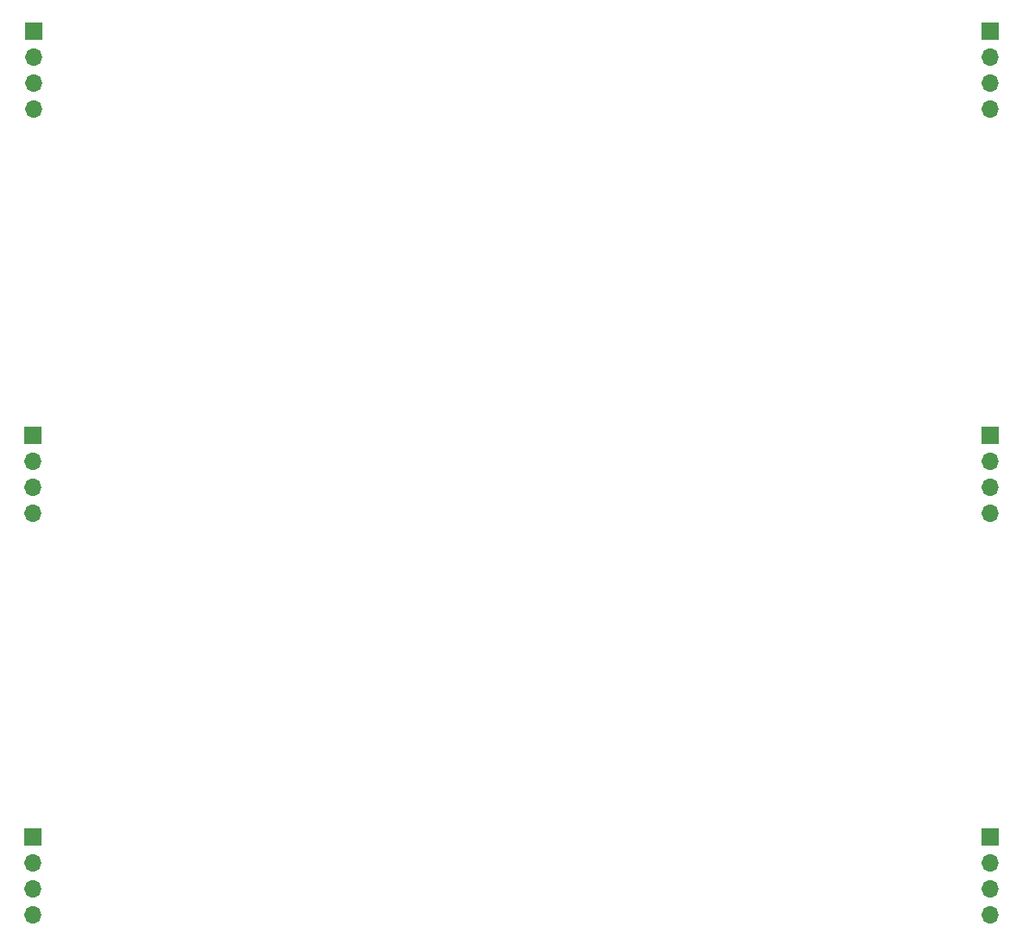
<source format=gbr>
%TF.GenerationSoftware,KiCad,Pcbnew,7.0.2*%
%TF.CreationDate,2023-08-16T13:52:21+02:00*%
%TF.ProjectId,TestingRig,54657374-696e-4675-9269-672e6b696361,rev?*%
%TF.SameCoordinates,Original*%
%TF.FileFunction,Soldermask,Bot*%
%TF.FilePolarity,Negative*%
%FSLAX46Y46*%
G04 Gerber Fmt 4.6, Leading zero omitted, Abs format (unit mm)*
G04 Created by KiCad (PCBNEW 7.0.2) date 2023-08-16 13:52:21*
%MOMM*%
%LPD*%
G01*
G04 APERTURE LIST*
%ADD10R,1.700000X1.700000*%
%ADD11O,1.700000X1.700000*%
G04 APERTURE END LIST*
D10*
%TO.C,J6*%
X250000000Y-43380000D03*
D11*
X250000000Y-45920000D03*
X250000000Y-48460000D03*
X250000000Y-51000000D03*
%TD*%
D10*
%TO.C,J5*%
X156400000Y-43380000D03*
D11*
X156400000Y-45920000D03*
X156400000Y-48460000D03*
X156400000Y-51000000D03*
%TD*%
%TO.C,J4*%
X250000000Y-90500000D03*
X250000000Y-87960000D03*
X250000000Y-85420000D03*
D10*
X250000000Y-82880000D03*
%TD*%
D11*
%TO.C,J3*%
X156325303Y-90500000D03*
X156325303Y-87960000D03*
X156325303Y-85420000D03*
D10*
X156325303Y-82880000D03*
%TD*%
%TO.C,J2*%
X250000000Y-122200000D03*
D11*
X250000000Y-124740000D03*
X250000000Y-127280000D03*
X250000000Y-129820000D03*
%TD*%
D10*
%TO.C,J1*%
X156325303Y-122200000D03*
D11*
X156325303Y-124740000D03*
X156325303Y-127280000D03*
X156325303Y-129820000D03*
%TD*%
M02*

</source>
